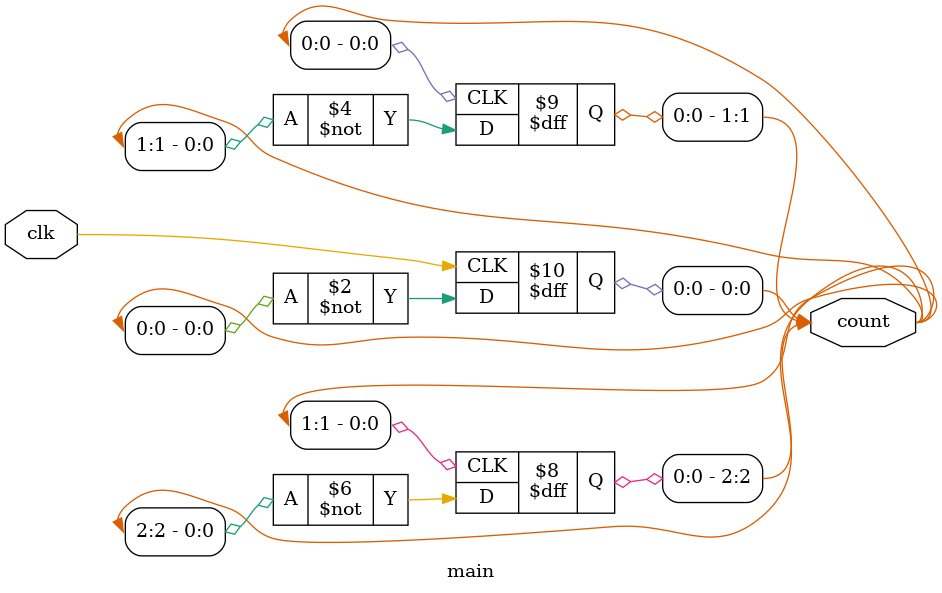
<source format=v>
`timescale 1ns / 1ps


module main(
    input clk,
    //input rst,
    output reg [2:0] count
    );
    
    initial count=3'b0;
    
    always @(negedge clk)
    count[0]<=~count[0];
    
    always@(negedge count[0])
    count[1]<=~count[1];
    
    always@(negedge count[1])
    count[2]<=~count[2];
endmodule


</source>
